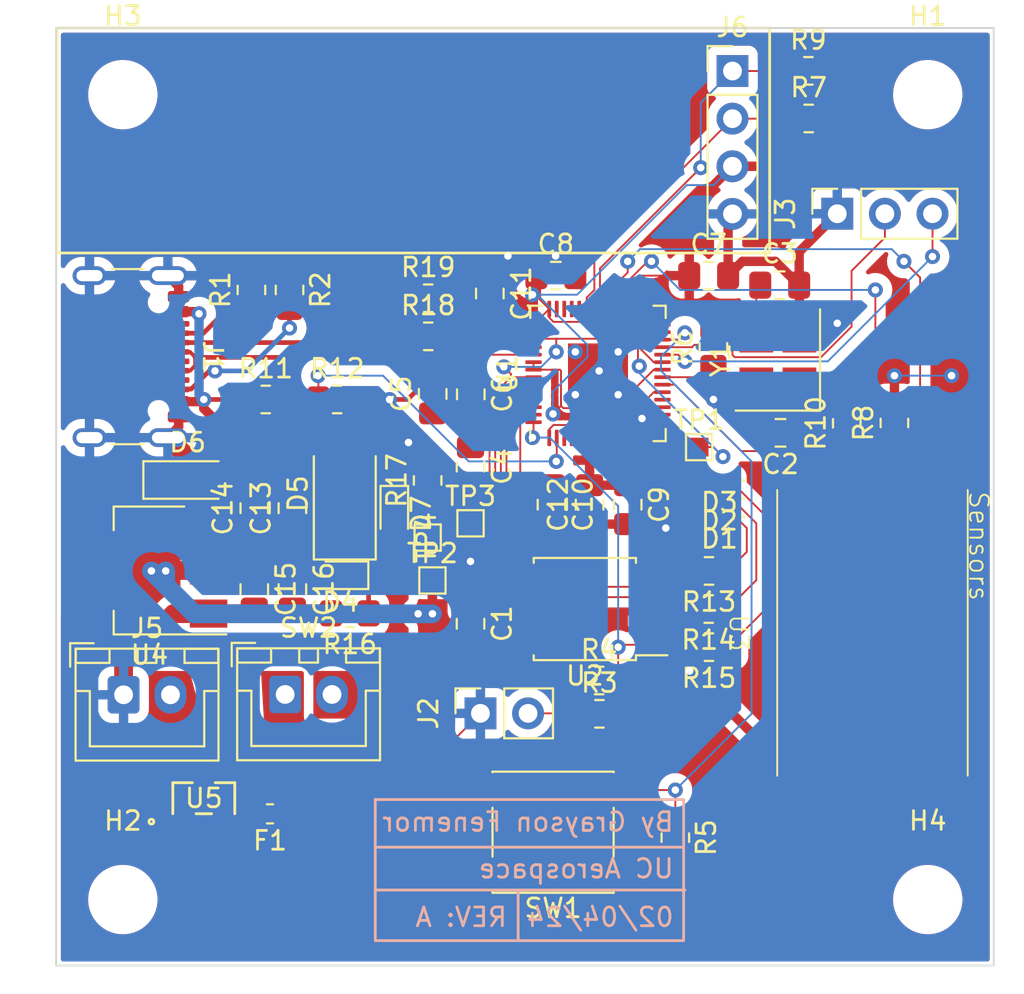
<source format=kicad_pcb>
(kicad_pcb (version 20240108) (generator "pcbnew") (generator_version "8.0")
  (layers (0 "F.Cu" signal) (31 "B.Cu" signal) (34 "B.Paste" user) (35 "F.Paste" user) (36 "B.SilkS" user "B.Silkscreen") (37 "F.SilkS" user "F.Silkscreen") (38 "B.Mask" user) (39 "F.Mask" user) (44 "Edge.Cuts" user))
  (net 0 "")
  (net 1 "+3V3")
  (net 2 "GND")
  (net 3 "/XIN")
  (net 4 "Net-(C3-Pad1)")
  (net 5 "+1V1")
  (net 6 "/LED_RED")
  (net 7 "Net-(D1-K)")
  (net 8 "Net-(D2-K)")
  (net 9 "/LED_YELLOW")
  (net 10 "/LED_GREEN")
  (net 11 "Net-(D3-K)")
  (net 12 "Net-(D4-K)")
  (net 13 "VBUS")
  (net 14 "Net-(D7-K)")
  (net 15 "Net-(SW2-A)")
  (net 16 "Net-(U5-S)")
  (net 17 "Net-(J2-Pin_2)")
  (net 18 "/SWD")
  (net 19 "/SWCLK")
  (net 20 "I2C0_SDA")
  (net 21 "I2C0_SCL")
  (net 22 "/QSPI_SS")
  (net 23 "/RUN")
  (net 24 "/Xout")
  (net 25 "I2C1_SCL")
  (net 26 "I2C1_SDA")
  (net 27 "/QSPI_SD2")
  (net 28 "/QSPI_SD1")
  (net 29 "/QSPI_SD0")
  (net 30 "/QSPI_SD3")
  (net 31 "/QSPI_SCLK")
  (net 34 "/GPIO_1")
  (net 35 "/SPI0_CSn")
  (net 36 "/GPIO_2")
  (net 37 "/SPI1_SCK")
  (net 38 "/ADC_2")
  (net 39 "/ADC_0")
  (net 40 "USB_DET")
  (net 41 "/GPIO_7")
  (net 42 "/GPIO_3")
  (net 43 "/SPI1_MOSI")
  (net 44 "/GPIO_5")
  (net 45 "/CLK_GPIN0")
  (net 46 "/SPI1_MISO")
  (net 47 "/GPIO_4")
  (net 48 "/ADC_1")
  (net 49 "/GPIO_8")
  (net 50 "D-")
  (net 51 "/ADC_3")
  (net 52 "/SPI0_MOSI")
  (net 53 "/GPIO_6")
  (net 54 "/SPI0_SCK")
  (net 55 "/SPI0_MISO")
  (net 56 "/CLK_GPOUT0")
  (net 57 "D+")
  (net 58 "/SPI1_CSn")
  (net 59 "Net-(J1-CC1)")
  (net 60 "Net-(J1-CC2)")
  (net 61 "/USB_D+")
  (net 62 "/USB_D-")
  (net 63 "/Batt")
  (net 64 "/VBatt")
  (footprint "LED_SMD:LED_0603_1608Metric" (layer "F.Cu") (at 63.4235 92.686 180)
    (property "Reference" "D4")
    (property "Value" "Green LED")
  )
  (footprint "MountingHole:MountingHole_3.2mm_M3" (layer "F.Cu") (at 51.816 67.056)
    (property "Reference" "H3")
    (property "Value" "MountingHole")
  )
  (footprint "TestPoint:TestPoint_Pad_1.0x1.0mm" (layer "F.Cu") (at 68.326 92.964)
    (property "Reference" "TP2")
    (property "Value" "TestPoint")
  )
  (footprint "Capacitor_SMD:C_0805_2012Metric_Pad1.18x1.45mm_HandSolder" (layer "F.Cu") (at 74.9085 76.708)
    (property "Reference" "C8")
    (property "Value" "100nF")
  )
  (footprint "MountingHole:MountingHole_3.2mm_M3" (layer "F.Cu") (at 94.742 67.056)
    (property "Reference" "H1")
    (property "Value" "MountingHole")
  )
  (footprint "Resistor_SMD:R_0805_2012Metric_Pad1.20x1.40mm_HandSolder" (layer "F.Cu") (at 92.964 84.566 90)
    (property "Reference" "R8")
    (property "Value" "4K7")
  )
  (footprint "Package_TO_SOT_SMD:SOT-223" (layer "F.Cu") (at 53.238 92.432 180)
    (property "Reference" "U4")
    (property "Value" "Voltage Regulator")
  )
  (footprint "TestPoint:TestPoint_Pad_1.0x1.0mm" (layer "F.Cu") (at 70.358 89.916)
    (property "Reference" "TP3")
    (property "Value" "TestPoint")
  )
  (footprint "Resistor_SMD:R_0805_2012Metric_Pad1.20x1.40mm_HandSolder" (layer "F.Cu") (at 63.922 94.718 180)
    (property "Reference" "R16")
    (property "Value" "360R")
  )
  (footprint "Connector_PinSocket_2.54mm:PinSocket_1x03_P2.54mm_Vertical" (layer "F.Cu") (at 89.916 73.406 90)
    (property "Reference" "J3")
    (property "Value" "Conn_01x03")
  )
  (footprint "MountingHole:MountingHole_3.2mm_M3" (layer "F.Cu") (at 51.816 109.982)
    (property "Reference" "H2")
    (property "Value" "MountingHole")
  )
  (footprint "LED_SMD:LED_0402_1005Metric_Pad0.77x0.64mm_HandSolder" (layer "F.Cu") (at 83.6305 89.57 180)
    (property "Reference" "D1")
    (property "Value" "LED")
  )
  (footprint "Capacitor_SMD:C_0805_2012Metric_Pad1.18x1.45mm_HandSolder" (layer "F.Cu") (at 78.74 88.9215 -90)
    (property "Reference" "C9")
    (property "Value" "100nF")
  )
  (footprint "TestPoint:TestPoint_Pad_1.0x1.0mm" (layer "F.Cu") (at 68.072 90.678 -90)
    (property "Reference" "TP4")
    (property "Value" "TestPoint")
  )
  (footprint "LED_SMD:LED_0603_1608Metric" (layer "F.Cu") (at 66.294 89.408 -90)
    (property "Reference" "D7")
    (property "Value" "Orange LED")
  )
  (footprint "Connector_USB:USB_C_Receptacle_GCT_USB4105-xx-A_16P_TopMnt_Horizontal" (layer "F.Cu") (at 51.113 81.028 -90)
    (property "Reference" "J1")
    (property "Value" "USB_C_Receptacle_USB2.0_14P")
  )
  (footprint "Capacitor_SMD:C_0805_2012Metric_Pad1.18x1.45mm_HandSolder" (layer "F.Cu") (at 58.826 93.4265 -90)
    (property "Reference" "C15")
    (property "Value" "100nF")
  )
  (footprint "DMG2305UX-7:SOT-23_DIO" (layer "F.Cu") (at 56.134 104.577)
    (property "Reference" "U5")
    (property "Value" "DMG2305UX-7")
  )
  (footprint "Capacitor_SMD:C_0805_2012Metric_Pad1.18x1.45mm_HandSolder" (layer "F.Cu") (at 68.33965 83.015 90)
    (property "Reference" "C5")
    (property "Value" "100nF")
  )
  (footprint "Package_DFN_QFN:QFN-56-1EP_7x7mm_P0.4mm_EP3.2x3.2mm" (layer "F.Cu") (at 77.156 81.9235 90)
    (property "Reference" "U1")
    (property "Value" "RP2040")
  )
  (footprint "Resistor_SMD:R_0805_2012Metric_Pad1.20x1.40mm_HandSolder" (layer "F.Cu") (at 77.216 98.298)
    (property "Reference" "R4")
    (property "Value" "DNP")
  )
  (footprint "Capacitor_SMD:C_0805_2012Metric_Pad1.18x1.45mm_HandSolder" (layer "F.Cu") (at 60.858 93.4265 -90)
    (property "Reference" "C16")
    (property "Value" "10uF")
  )
  (footprint "Button_Switch_SMD:SW_SPST_PTS645" (layer "F.Cu") (at 74.76 106.39 180)
    (property "Reference" "SW1")
    (property "Value" "Reset")
  )
  (footprint "Resistor_SMD:R_0805_2012Metric_Pad1.20x1.40mm_HandSolder" (layer "F.Cu") (at 68.10165 77.9135)
    (property "Reference" "R19")
    (property "Value" "27.4")
  )
  (footprint "Resistor_SMD:R_0805_2012Metric_Pad1.20x1.40mm_HandSolder" (layer "F.Cu") (at 60.706 77.47 -90)
    (property "Reference" "R2")
    (property "Value" "5.1k")
  )
  (footprint "Resistor_SMD:R_0805_2012Metric_Pad1.20x1.40mm_HandSolder" (layer "F.Cu") (at 83.074 92.456 180)
    (property "Reference" "R13")
    (property "Value" "130")
  )
  (footprint "Capacitor_SMD:C_0805_2012Metric_Pad1.18x1.45mm_HandSolder" (layer "F.Cu") (at 71.38765 77.6595 -90)
    (property "Reference" "C11")
    (property "Value" "1uF")
  )
  (footprint "Diode_SMD:D_SMA" (layer "F.Cu") (at 63.652 88.336 90)
    (property "Reference" "D5")
    (property "Value" "D_Schottky")
  )
  (footprint "Resistor_SMD:R_0805_2012Metric_Pad1.20x1.40mm_HandSolder" (layer "F.Cu") (at 90.424 84.582 90)
    (property "Reference" "R10")
    (property "Value" "4K7")
  )
  (footprint "Resistor_SMD:R_0805_2012Metric_Pad1.20x1.40mm_HandSolder" (layer "F.Cu") (at 58.674 77.47 90)
    (property "Reference" "R1")
    (property "Value" "5.1k")
  )
  (footprint "Capacitor_SMD:C_0805_2012Metric_Pad1.18x1.45mm_HandSolder" (layer "F.Cu") (at 83.058 76.708)
    (property "Reference" "C7")
    (property "Value" "100nF")
  )
  (footprint "Resistor_SMD:R_0805_2012Metric_Pad1.20x1.40mm_HandSolder" (layer "F.Cu") (at 68.10165 79.9455)
    (property "Reference" "R18")
    (property "Value" "27.4")
  )
  (footprint "Package_SO:SOIC-8_5.23x5.23mm_P1.27mm" (layer "F.Cu") (at 76.454 94.488 180)
    (property "Reference" "U2")
    (property "Value" "W25Q128JVPIQ TR")
  )
  (footprint "Resistor_SMD:R_0805_2012Metric_Pad1.20x1.40mm_HandSolder" (layer "F.Cu") (at 68.072 87.63 90)
    (property "Reference" "R17")
    (property "Value" "360R")
  )
  (footprint "TestPoint:TestPoint_Pad_1.0x1.0mm" (layer "F.Cu") (at 82.55 85.852)
    (property "Reference" "TP1")
    (property "Value" "1V1")
  )
  (footprint "Capacitor_SMD:C_0805_2012Metric_Pad1.18x1.45mm_HandSolder" (layer "F.Cu") (at 86.8465 77.216)
    (property "Reference" "C3")
    (property "Value" "20pF")
  )
  (footprint "Resistor_SMD:R_0805_2012Metric_Pad1.20x1.40mm_HandSolder" (layer "F.Cu") (at 83.312 80.534 90)
    (property "Reference" "R6")
    (property "Value" "1k")
  )
  (footprint "Diode_SMD:D_SOD-123" (layer "F.Cu") (at 55.27 87.606)
    (property "Reference" "D6")
    (property "Value" "D_Zener")
  )
  (footprint "Capacitor_SMD:C_0805_2012Metric_Pad1.18x1.45mm_HandSolder" (layer "F.Cu") (at 70.358 95.2715 -90)
    (property "Reference" "C1")
    (property "Value" "100nF")
  )
  (footprint "Capacitor_SMD:C_0805_2012Metric_Pad1.18x1.45mm_HandSolder" (layer "F.Cu") (at 70.358 86.8895 -90)
    (property "Reference" "C4")
    (property "Value" "100nF")
  )
  (footprint "Connector_JST:JST_XH_B2B-XH-A_1x02_P2.50mm_Vertical" (layer "F.Cu") (at 60.472 99.043)
    (property "Reference" "SW2")
    (property "Value" "SW_SPST")
  )
  (footprint "Resistor_SMD:R_0805_2012Metric_Pad1.20x1.40mm_HandSolder" (layer "F.Cu") (at 59.436 83.312)
    (property "Reference" "R11")
    (property "Value" "5.6k")
  )
  (footprint "MountingHole:MountingHole_3.2mm_M3" (layer "F.Cu") (at 94.742 109.982)
    (property "Reference" "H4")
    (property "Value" "MountingHole")
  )
  (footprint "Resistor_SMD:R_0805_2012Metric_Pad1.20x1.40mm_HandSolder" (layer "F.Cu") (at 88.392 68.326)
    (property "Reference" "R7")
    (property "Value" "4K7")
  )
  (footprint "Connector_JST:JST_XH_B2B-XH-A_1x02_P2.50mm_Vertical" (layer "F.Cu") (at 51.856 99.06)
    (property "Reference" "J5")
    (property "Value" "Conn_01x02")
  )
  (footprint "Capacitor_SMD:C_0805_2012Metric_Pad1.18x1.45mm_HandSolder" (layer "F.Cu") (at 70.37165 83.0365 -90)
    (property "Reference" "C6")
    (property "Value" "1uF")
  )
  (footprint "Capacitor_SMD:C_0805_2012Metric_Pad1.18x1.45mm_HandSolder" (layer "F.Cu") (at 86.8895 85.09 180)
    (property "Reference" "C2")
    (property "Value" "20pF")
  )
  (footprint "Fuse:Fuse_0603_1608Metric" (layer "F.Cu") (at 59.6645 105.41 180)
    (property "Reference" "F1")
    (property "Value" "3A")
  )
  (footprint "Connector_PinHeader_2.54mm:PinHeader_1x04_P2.54mm_Vertical" (layer "F.Cu") (at 84.328 65.796)
    (property "Reference" "J6")
    (property "Value" "Conn_01x04")
  )
  (footprint "Capacitor_SMD:C_0805_2012Metric_Pad1.18x1.45mm_HandSolder" (layer "F.Cu") (at 74.676 88.9215 -90)
    (property "Reference" "C10")
    (property "Value" "100nF")
  )
  (footprint "Resistor_SMD:R_0805_2012Metric_Pad1.20x1.40mm_HandSolder" (layer "F.Cu") (at 83.058 94.488 180)
    (property "Reference" "R14")
    (property "Value" "130")
  )
  (footprint "Resistor_SMD:R_0805_2012Metric_Pad1.20x1.40mm_HandSolder" (layer "F.Cu") (at 63.246 83.312)
    (property "Reference" "R12")
    (property "Value" "10k")
  )
  (footprint "Resistor_SMD:R_0805_2012Metric_Pad1.20x1.40mm_HandSolder" (layer "F.Cu") (at 88.376 65.786)
    (property "Reference" "R9")
    (property "Value" "4K7")
  )
  (footprint "Resistor_SMD:R_0805_2012Metric_Pad1.20x1.40mm_HandSolder" (layer "F.Cu") (at 77.232 100.076)
    (property "Reference" "R3")
    (property "Value" "1k")
  )
  (footprint "LED_SMD:LED_0402_1005Metric_Pad0.77x0.64mm_HandSolder" (layer "F.Cu") (at 83.6305 87.63 180)
    (property "Reference" "D3")
    (property "Value" "LED")
  )
  (footprint "Resistor_SMD:R_0805_2012Metric_Pad1.20x1.40mm_HandSolder" (layer "F.Cu") (at 81.28 106.68 -90)
    (property "Reference" "R5")
    (property "Value" "10k")
  )
  (footprint "Capacitor_SMD:C_0805_2012Metric_Pad1.18x1.45mm_HandSolder" (layer "F.Cu") (at 76.708 88.9215 90)
    (property "Reference" "C12")
    (property "Value" "1uF")
  )
  (footprint "Connector_PinSocket_2.54mm:PinSocket_1x02_P2.54mm_Vertical" (layer "F.Cu") (at 70.886 100.051 90)
    (property "Reference" "J2")
    (property "Value" "Conn_01x02")
  )
  (footprint "Capacitor_SMD:C_0805_2012Metric_Pad1.18x1.45mm_HandSolder" (layer "F.Cu") (at 58.826 89.1085 90)
    (property "Reference" "C14")
    (property "Value" "100nF")
  )
  (footprint "Resistor_SMD:R_0805_2012Metric_Pad1.20x1.40mm_HandSolder" (layer "F.Cu") (at 83.074 96.52 180)
    (property "Reference" "R15")
    (property "Value" "130")
  )
  (footprint "LED_SMD:LED_0402_1005Metric_Pad0.77x0.64mm_HandSolder" (layer "F.Cu") (at 83.6305 88.604 180)
    (property "Reference" "D2")
    (property "Value" "LED")
  )
  (footprint "Capacitor_SMD:C_0805_2012Metric_Pad1.18x1.45mm_HandSolder" (layer "F.Cu") (at 60.858 89.1085 90)
    (property "Reference" "C13")
    (property "Value" "10uF")
  )
  (footprint "Sense Board:SenseBoard" (layer "F.Cu") (at 84.174 95.758 -90)
    (property "Reference" "U3")
    (property "Value" "~")
  )
  (footprint "Crystal:Crystal_SMD_3225-4Pin_3.2x2.5mm_HandSoldering" (layer "F.Cu") (at 86.748 81.206 90)
    (property "Reference" "Y1")
    (property "Value" "12MHz")
  )
  (gr_line (start 81.722 107.188) (end 65.278 107.188) (stroke (width 0.15)) (layer "B.SilkS"))
  (gr_line (start 72.898 109.514) (end 72.898 112.114) (stroke (width 0.15)) (layer "B.SilkS"))
  (gr_line (start 81.788 109.474) (end 65.278 109.474) (stroke (width 0.15)) (layer "B.SilkS"))
  (gr_rect (start 65.278 104.648) (end 81.722 112.172) (stroke (width 0.15)) (fill none) (layer "B.SilkS"))
  (gr_rect (start 48.31 63.5) (end 86.31 75.5) (stroke (width 0.15)) (fill none) (layer "F.SilkS"))
  (gr_rect (start 48.26 63.5) (end 98.26 113.5) (stroke (width 0.1)) (fill none) (layer "Edge.Cuts"))
  (gr_text "UC Aerospace" (at 81.28 108.918 0) (layer "B.SilkS") (effects (font (size 1 1)) (justify left bottom mirror)))
  (gr_text "By Grayson Fenemor" (at 81.28 106.426 0) (layer "B.SilkS") (effects (font (size 1 1)) (justify left bottom mirror)))
  (gr_text "02/04/24" (at 81.28 111.506 0) (layer "B.SilkS") (effects (font (size 1 1)) (justify left bottom mirror)))
  (gr_text "REV: A" (at 72.39 111.506 0) (layer "B.SilkS") (effects (font (size 1 1)) (justify left bottom mirror)))
  (segment (start 74.78035 84.6735) (end 77.8865 84.6735) (width 0.1) (layer "F.Cu") (net 1))
  (segment (start 73.914 76.7295) (end 73.914 77.844) (width 0.1) (layer "F.Cu") (net 1))
  (segment (start 73.7185 81.7235) (end 75.1195 81.7235) (width 0.1) (layer "F.Cu") (net 1))
  (segment (start 92.964 83.566) (end 92.964 82.042) (width 0.1) (layer "F.Cu") (net 1))
  (segment (start 74.78035 79.1735) (end 77.93165 79.1735) (width 0.1) (layer "F.Cu") (net 1))
  (segment (start 78.1405 84.6735) (end 77.8865 84.6735) (width 0.1) (layer "F.Cu") (net 1))
  (segment (start 73.7185 79.7235) (end 73.7185 79.3235) (width 0.1) (layer "F.Cu") (net 1))
  (segment (start 77.93165 79.1735) (end 78.156 78.94915) (width 0.1) (layer "F.Cu") (net 1))
  (segment (start 62.636 92.686) (end 61.155 92.686) (width 1) (layer "F.Cu") (net 1))
  (segment (start 78.156 87.3) (end 78.74 87.884) (width 0.1) (layer "F.Cu") (net 1))
  (segment (start 79.006 82.84785) (end 79.006 83.808) (width 0.1) (layer "F.Cu") (net 1))
  (segment (start 68.326 92.964) (end 68.326 94.742) (width 0.5) (layer "F.Cu") (net 1))
  (segment (start 61.155 92.686) (end 60.858 92.389) (width 0.25) (layer "F.Cu") (net 1))
  (segment (start 80.5935 81.7235) (end 80.13035 81.7235) (width 0.1) (layer "F.Cu") (net 1))
  (segment (start 74.556 87.764) (end 74.676 87.884) (width 0.1) (layer "F.Cu") (net 1))
  (segment (start 80.13035 81.7235) (end 79.006 82.84785) (width 0.1) (layer "F.Cu") (net 1))
  (segment (start 75.184 81.788) (end 75.184 83.058) (width 0.1) (layer "F.Cu") (net 1))
  (segment (start 68.326 94.742) (end 69.893 96.309) (width 1) (layer "F.Cu") (net 1))
  (segment (start 54.078 92.432) (end 53.364 92.432) (width 1) (layer "F.Cu") (net 1))
  (segment (start 89.392 68.326) (end 86.842 70.876) (width 0.5) (layer "F.Cu") (net 1))
  (segment (start 78.156 78.02285) (end 79.47085 76.708) (width 0.1) (layer "F.Cu") (net 1))
  (segment (start 79.006 83.808) (end 78.1405 84.6735) (width 0.1) (layer "F.Cu") (net 1))
  (segment (start 74.556 78.486) (end 74.556 78.94915) (width 0.1) (layer "F.Cu") (net 1))
  (segment (start 90.424 83.582) (end 92.948 83.582) (width 0.1) (layer "F.Cu") (net 1))
  (segment (start 92.948 83.582) (end 92.964 83.566) (width 0.1) (layer "F.Cu") (net 1))
  (segment (start 71.38765 78.697) (end 73.092 78.697) (width 0.1) (layer "F.Cu") (net 1))
  (segment (start 84.328 70.876) (end 82.0205 73.1835) (width 0.5) (layer "F.Cu") (net 1))
  (segment (start 72.854 96.393) (end 70.442 96.393) (width 0.5) (layer "F.Cu") (net 1))
  (segment (start 78.156 78.94915) (end 78.156 78.486) (width 0.1) (layer "F.Cu") (net 1))
  (segment (start 56.388 92.432) (end 58.783 92.432) (width 1) (layer "F.Cu") (net 1))
  (segment (start 74.311 96.393) (end 76.216 98.298) (width 0.5) (layer "F.Cu") (net 1))
  (segment (start 79.47085 76.708) (end 82.0205 76.708) (width 0.1) (layer "F.Cu") (net 1))
  (segment (start 75.184 83.058) (end 75.184 83.6515) (width 0.1) (layer "F.Cu") (net 1))
  (segment (start 75.184 83.6515) (end 75.306 83.7735) (width 0.1) (layer "F.Cu") (net 1))
  (segment (start 53.364 92.432) (end 53.34 92.456) (width 1) (layer "F.Cu") (net 1))
  (segment (start 86.842 70.876) (end 84.328 70.876) (width 0.5) (layer "F.Cu") (net 1))
  (segment (start 78.74 87.884) (end 76.708 87.884) (width 0.1) (layer "F.Cu") (net 1))
  (segment (start 69.893 96.309) (end 70.358 96.309) (width 1) (layer "F.Cu") (net 1))
  (segment (start 75.1195 81.7235) (end 75.184 81.788) (width 0.1) (layer "F.Cu") (net 1))
  (segment (start 89.376 65.786) (end 89.376 68.31) (width 0.5) (layer "F.Cu") (net 1))
  (segment (start 73.914 77.844) (end 74.556 78.486) (width 0.1) (layer "F.Cu") (net 1))
  (segment (start 72.854 96.393) (end 74.311 96.393) (width 0.5) (layer "F.Cu") (net 1))
  (segment (start 74.556 85.361) (end 74.556 84.89785) (width 0.1) (layer "F.Cu") (net 1))
  (segment (start 74.556 78.94915) (end 74.78035 79.1735) (width 0.1) (layer "F.Cu") (net 1))
  (segment (start 73.871 76.708) (end 73.871 77.513) (width 0.1) (layer "F.Cu") (net 1))
  (segment (start 75.306 83.7735) (end 76.4075 83.7735) (width 0.1) (layer "F.Cu") (net 1))
  (segment (start 78.156 78.486) (end 78.156 78.02285) (width 0.1) (layer "F.Cu") (net 1))
  (segment (start 75.184 83.058) (end 75.184 83.654868) (width 0.1) (layer "F.Cu") (net 1))
  (segment (start 70.442 96.393) (end 70.358 96.309) (width 0.5) (layer "F.Cu") (net 1))
  (segment (start 56.388 92.432) (end 54.126 92.432) (width 1) (layer "F.Cu") (net 1))
  (segment (start 73.7185 79.3235) (end 74.556 78.486) (width 0.1) (layer "F.Cu") (net 1))
  (segment (start 76.454 83.82) (end 76.454 84.6735) (width 0.1) (layer "F.Cu") (net 1))
  (segment (start 58.783 92.432) (end 58.826 92.389) (width 0.25) (layer "F.Cu") (net 1))
  (segment (start 76.708 87.884) (end 74.676 87.884) (width 0.1) (layer "F.Cu") (net 1))
  (segment (start 54.102 92.456) (end 54.078 92.432) (width 1) (layer "F.Cu") (net 1))
  (segment (start 58.826 92.389) (end 60.858 92.389) (width 1) (layer "F.Cu") (net 1))
  (segment (start 73.092 78.697) (end 73.7185 79.3235) (width 0.1) (layer "F.Cu") (net 1))
  (segment (start 76.4075 83.7735) (end 76.454 83.82) (width 0.1) (layer "F.Cu") (net 1))
  (segment (start 78.156 85.361) (end 78.156 87.5325) (width 0.1) (layer "F.Cu") (net 1))
  (segment (start 89.376 68.31) (end 89.392 68.326) (width 0.5) (layer "F.Cu") (net 1))
  (segment (start 75.184 83.654868) (end 74.756 84.082868) (width 0.1) (layer "F.Cu") (net 1))
  (segment (start 82.0205 73.1835) (end 82.0205 76.708) (width 0.5) (layer "F.Cu") (net 1))
  (segment (start 54.126 92.432) (end 54.102 92.456) (width 1) (layer "F.Cu") (net 1))
  (segment (start 73.7185 81.7235) (end 73.7185 81.3235) (width 0.1) (layer "F.Cu") (net 1))
  (segment (start 73.871 77.513) (end 73.66 77.724) (width 0.1) (layer "F.Cu") (net 1))
  (segment (start 77.8865 84.6735) (end 77.93165 84.6735) (width 0.1) (layer "F.Cu") (net 1))
  (segment (start 78.156 84.89785) (end 78.156 85.361) (width 0.1) (layer "F.Cu") (net 1))
  (segment (start 77.93165 84.6735) (end 78.156 84.89785) (width 0.1) (layer "F.Cu") (net 1))
  (segment (start 74.556 84.89785) (end 74.78035 84.6735) (width 0.1) (layer "F.Cu") (net 1))
  (via (at 67.564 94.742) (size 0.8) (drill 0.4) (layers "F.Cu" "B.Cu") (net 1))
  (via (at 74.756 84.082868) (size 0.8) (drill 0.4) (layers "F.Cu" "B.Cu") (net 1))
  (via (at 92.964 82.042) (size 0.8) (drill 0.4) (layers "F.Cu" "B.Cu") (net 1))
  (via (at 73.66 77.724) (size 0.8) (drill 0.4) (layers "F.Cu" "B.Cu") (net 1))
  (via (at 96.012 82.042) (size 0.8) (drill 0.4) (layers "F.Cu" "B.Cu") (net 1))
  (via (at 53.34 92.456) (size 0.8) (drill 0.4) (layers "F.Cu" "B.Cu") (net 1))
  (via (at 54.102 92.456) (size 0.8) (drill 0.4) (layers "F.Cu" "B.Cu") (net 1))
  (via (at 68.326 94.742) (size 0.8) (drill 0.4) (layers "F.Cu" "B.Cu") (net 1))
  (segment (start 92.964 82.042) (end 96.012 82.042) (width 0.1) (layer "B.Cu") (net 1))
  (segment (start 81.885522 71.881239) (end 83.322761 71.881239) (width 0.1) (layer "B.Cu") (net 1))
  (segment (start 73.914 77.724) (end 73.66 77.724) (width 0.1) (layer "B.Cu") (net 1))
  (segment (start 67.564 94.742) (end 68.326 94.742) (width 1) (layer "B.Cu") (net 1))
  (segment (start 53.34 92.456) (end 55.626 94.742) (width 1) (layer "B.Cu") (net 1))
  (segment (start 76.596 80.406) (end 73.914 77.724) (width 0.1) (layer "B.Cu") (net 1))
  (segment (start 74.756 84.082868) (end 74.756 82.881239) (width 0.1) (layer "B.Cu") (net 1))
  (segment (start 54.102 93.218) (end 55.626 94.742) (width 1) (layer "B.Cu") (net 1))
  (segment (start 76.596 81.041239) (end 76.596 80.406) (width 0.1) (layer "B.Cu") (net 1))
  (segment (start 54.102 92.456) (end 54.102 93.218) (width 1) (layer "B.Cu") (net 1))
  (segment (start 55.626 94.742) (end 67.564 94.742) (width 1) (layer "B.Cu") (net 1))
  (segment (start 74.756 82.881239) (end 76.596 81.041239) (width 0.1) (layer "B.Cu") (net 1))
  (segment (start 83.322761 71.881239) (end 84.328 70.876) (width 0.1) (layer "B.Cu") (net 1))
  (segment (start 76.042761 77.724) (end 81.885522 71.881239) (width 0.1) (layer "B.Cu") (net 1))
  (segment (start 73.66 77.724) (end 76.042761 77.724) (width 0.1) (layer "B.Cu") (net 1))
  (segment (start 68.072 86.63) (end 69.061 86.63) (width 0.5) (layer "F.Cu") (net 2))
  (segment (start 89.254 103.378) (end 87.63 103.378) (width 0.5) (layer "F.Cu") (net 2))
  (segment (start 70.358 89.916) (end 70.358 91.948) (width 0.5) (layer "F.Cu") (net 2))
  (segment (start 58.436 76.708) (end 58.674 76.47) (width 0.5) (layer "F.Cu") (net 2))
  (segment (start 68.33965 81.9775) (end 70.35015 81.9775) (width 0.5) (layer "F.Cu") (net 2))
  (segment (start 79.502 83.55185) (end 79.502 84.328) (width 0.1) (layer "F.Cu") (net 2))
  (segment (start 82.074 91.472) (end 80.772 90.17) (width 0.5) (layer "F.Cu") (net 2))
  (segment (start 87.898 77.23) (end 87.884 77.216) (width 0.1) (layer "F.Cu") (net 2))
  (segment (start 77.156 81.9235) (end 77.216 81.788) (width 0.1) (layer "F.Cu") (net 2))
  (segment (start 84.0955 76.708) (end 84.8575 75.946) (width 0.5) (layer "F.Cu") (net 2))
  (segment (start 67.00515 83.312) (end 66.04 83.312) (width 0.25) (layer "F.Cu") (net 2))
  (segment (start 54.516726 94.732) (end 51.856 97.392726) (width 1) (layer "F.Cu") (net 2))
  (segment (start 76.0215 83.058) (end 75.946 83.058) (width 0.1) (layer "F.Cu") (net 2))
  (segment (start 70.358 87.927) (end 70.358 89.916) (width 0.5) (layer "F.Cu") (net 2))
  (segment (start 74.676 89.959) (end 78.74 89.959) (width 0.5) (layer "F.Cu") (net 2))
  (segment (start 87.884 77.216) (end 87.884 75.438) (width 0.5) (layer "F.Cu") (net 2))
  (segment (start 54.793 77.828) (end 54.793 77.283) (width 0.5) (layer "F.Cu") (net 2))
  (segment (start 85.598 84.836) (end 85.852 85.09) (width 0.5) (layer "F.Cu") (net 2))
  (segment (start 80.13035 82.9235) (end 79.502 83.55185) (width 0.1) (layer "F.Cu") (net 2))
  (segment (start 87.898 79.756) (end 89.408 79.756) (width 0.5) (layer "F.Cu") (net 2))
  (segment (start 84.8575 75.946) (end 86.614 75.946) (width 0.5) (layer "F.Cu") (net 2))
  (segment (start 70.358 94.234) (end 70.358 91.948) (width 0.5) (layer "F.Cu") (net 2))
  (segment (start 87.884 75.438) (end 89.916 73.406) (width 0.5) (layer "F.Cu") (net 2))
  (segment (start 58.826 88.071) (end 60.858 88.071) (width 1) (layer "F.Cu") (net 2))
  (segment (start 54.793 84.228) (end 54.793 84.773) (width 0.5) (layer "F.Cu") (net 2))
  (segment (start 83.968 82.656) (end 83.312 83.312) (width 0.5) (layer "F.Cu") (net 2))
  (segment (start 89.408 79.756) (end 89.916 79.248) (width 0.5) (layer "F.Cu") (net 2))
  (segment (start 72.35165 75.658) (end 71.38765 76.622) (width 0.25) (layer "F.Cu") (net 2))
  (segment (start 67.048 85.606) (end 68.072 86.63) (width 0.25) (layer "F.Cu") (net 2))
  (segment (start 56.388 94.732) (end 62.908 94.732) (width 1) (layer "F.Cu") (net 2))
  (segment (start 75.946 76.708) (end 74.896 75.658) (width 0.25) (layer "F.Cu") (net 2))
  (segment (start 78.74 90.1915) (end 80.7505 90.1915) (width 0.5) (layer "F.Cu") (net 2))
  (segment (start 87.63 103.378) (end 82.042 97.79) (width 0.5) (layer "F.Cu") (net 2))
  (segment (start 58.361 87.606) (end 58.826 88.071) (width 1) (layer "F.Cu") (net 2))
  (segment (start 56.476 87.606) (end 54.218 85.348) (width 1) (layer "F.Cu") (net 2))
  (segment (start 82.074 96.52) (end 82.074 97.758) (width 0.5) (layer "F.Cu") (net 2))
  (segment (start 80.7505 90.1915) (end 80.772 90.17) (width 0.5) (layer "F.Cu") (net 2))
  (segment (start 87.898 79.756) (end 87.898 77.23) (width 0.5) (layer "F.Cu") (net 2))
  (segment (start 74.896 75.658) (end 72.35165 75.658) (width 0.25) (layer "F.Cu") (net 2))
  (segment (start 81.947 92.583) (end 82.074 92.456) (width 0.5) (layer "F.Cu") (net 2))
  (segment (start 85.598 82.656) (end 85.598 84.836) (width 0.5) (layer "F.Cu") (net 2))
  (segment (start 82.074 92.456) (end 82.074 96.52) (width 0.5) (layer "F.Cu") (net 2))
  (segment (start 85.598 82.656) (end 83.968 82.656) (width 0.5) (layer "F.Cu") (net 2))
  (segment (start 56.92 87.606) (end 58.361 87.606) (width 1) (layer "F.Cu") (net 2))
  (segment (start 64.246 83.312) (end 64.754 83.312) (width 0.25) (layer "F.Cu") (net 2))
  (segment (start 62.908 94.732) (end 62.922 94.718) (width 1) (layer "F.Cu") (net 2))
  (segment (start 70.78 108.64) (end 78.74 108.64) (width 0.1) (layer "F.Cu") (net 2))
  (segment (start 84.0955 73.6485) (end 84.328 73.416) (width 0.5) (layer "F.Cu") (net 2))
  (segment (start 84.0955 76.708) (end 84.0955 73.6485) (width 0.5) (layer "F.Cu") (net 2))
  (segment (start 69.342 107.202) (end 69.342 101.595) (width 0.1) (layer "F.Cu") (net 2))
  (segment (start 70.78 108.64) (end 69.342 107.202) (width 0.1) (layer "F.Cu") (net 2))
  (segment (start 64.754 83.312) (end 67.048 85.606) (width 0.25) (layer "F.Cu") (net 2))
  (segment (start 80.5935 82.9235) (end 80.13035 82.9235) (width 0.1) (layer "F.Cu") (net 2))
  (segment (start 54.218 76.708) (end 58.436 76.708) (width 0.5) (layer "F.Cu") (net 2))
  (segment (start 69.061 86.63) (end 70.358 87.927) (width 0.5) (layer "F.Cu") (net 2))
  (segment (start 56.92 87.606) (end 56.476 87.606) (width 1) (layer "F.Cu") (net 2))
  (segment (start 82.074 92.456) (end 82.074 91.472) (width 0.5) (layer "F.Cu") (net 2))
  (segment (start 60.706 76.47) (end 58.674 76.47) (width 0.5) (layer "F.Cu") (net 2))
  (segment (start 56.388 94.732) (end 54.516726 94.732) (width 1) (layer "F.Cu") (net 2))
  (segment (start 54.793 77.283) (end 54.218 76.708) (width 0.5) (layer "F.Cu") (net 2))
  (segment (start 62.593 94.421) (end 62.636 94.464) (width 0.25) (layer "F.Cu") (net 2))
  (segment (start 77.216 81.788) (end 76.0215 83.058) (width 0.1) (layer "F.Cu") (net 2))
  (segment (start 70.35015 81.9775) (end 70.37165 81.999) (width 0.5) (layer "F.Cu") (net 2))
  (segment (start 54.793 84.773) (end 54.218 85.348) (width 0.5) (layer "F.Cu") (net 2))
  (segment (start 80.054 92.583) (end 81.947 92.583) (width 0.5) (layer "F.Cu") (net 2))
  (segment (start 64.246 83.312) (end 66.04 83.312) (width 0.25) (layer "F.Cu") (net 2))
  (segment (start 68.33965 81.9775) (end 67.00515 83.312) (width 0.25) (layer "F.Cu") (net 2))
  (segment (start 86.614 75.946) (end 87.884 77.216) (width 0.5) (layer "F.Cu") (net 2))
  (segment (start 51.856 97.392726) (end 51.856 99.06) (width 1) (layer "F.Cu") (net 2))
  (segment (start 67.048 85.606) (end 67.302 85.86) (width 0.25) (layer "F.Cu") (net 2))
  (segment (start 69.342 101.595) (end 70.886 100.051) (width 0.1) (layer "F.Cu") (net 2))
  (segment (start 82.074 97.758) (end 82.042 97.79) (width 0.5) (layer "F.Cu") (net 2))
  (via (at 78.232 80.772) (size 0.8) (drill 0.4) (layers "F.Cu" "B.Cu") (net 2))
  (via (at 83.312 83.312) (size 0.8) (drill 0.4) (layers "F.Cu" "B.Cu") (net 2))
  (via (at 80.772 90.17) (size 0.8) (drill 0.4) (layers "F.Cu" "B.Cu") (net 2))
  (via (at 89.916 79.248) (size 0.8) (drill 0.4) (layers "F.Cu" "B.Cu") (net 2))
  (via (at 82.042 97.79) (size 0.8) (drill 0.4) (layers "F.Cu" "B.Cu") (net 2))
  (via (at 77.216 81.788) (size 0.8) (drill 0.4) (layers "F.Cu" "B.Cu") (net 2))
  (via (at 66.04 83.312) (size 0.8) (drill 0.4) (layers "F.Cu" "B.Cu") (net 2))
  (via (at 75.946 80.772) (size 0.8) (drill 0.4) (layers "F.Cu" "B.Cu") (net 2))
  (via (at 75.946 83.058) (size 0.8) (drill 0.4) (layers "F.Cu" "B.Cu") (net 2))
  (via (at 79.502 84.328) (size 0.8) (drill 0.4) (layers "F.Cu" "B.Cu") (net 2))
  (via (at 78.232 83.058) (size 0.8) (drill 0.4) (layers "F.Cu" "B.Cu") (net 2))
  (via (at 67.048 85.606) (size 0.8) (drill 0.4) (layers "F.Cu" "B.Cu") (net 2))
  (via (at 70.358 91.948) (size 0.8) (drill 0.4) (layers "F.Cu" "B.Cu") (net 2))
  (via (at 74.896 75.658) (size 0.8) (drill 0.4) (layers "F.Cu" "B.Cu") (net 2))
  (via (at 72.35165 75.658) (size 0.8) (drill 0.4) (layers "F.Cu" "B.Cu") (net 2))
  (segment (start 84.795 86.065) (end 81.2535 82.5235) (width 0.1) (layer "F.Cu") (net 3))
  (segment (start 87.927 82.685) (end 87.898 82.656) (width 0.1) (layer "F.Cu") (net 3))
  (segment (start 87.927 85.09) (end 86.952 86.065) (width 0.1) (layer "F.Cu") (net 3))
  (segment (start 86.952 86.065) (end 84.795 86.065) (width 0.1) (layer "F.Cu") (net 3))
  (segment (start 81.2535 82.5235) (end 80.5935 82.5235) (width 0.1) (layer "F.Cu") (net 3))
  (segment (start 87.927 85.09) (end 87.927 82.685) (width 0.1) (layer "F.Cu") (net 3))
  (segment (start 85.09 79.248) (end 85.598 79.756) (width 0.1) (layer "F.Cu") (net 4))
  (segment (start 85.598 79.756) (end 85.598 77.427) (width 0.1) (layer "F.Cu") (net 4))
  (segment (start 85.598 77.427) (end 85.809 77.216) (width 0.1) (layer "F.Cu") (net 4))
  (segment (start 83.312 79.248) (end 85.09 79.248) (width 0.1) (layer "F.Cu") (net 4))
  (segment (start 70.56115 84.074) (end 72.51165 82.1235) (width 0.1) (layer "F.Cu") (net 5))
  (segment (start 70.37165 84.074) (end 70.56115 84.074) (width 0.1) (layer "F.Cu") (net 5))
  (segment (start 74.93 80.0735) (end 73.7685 80.0735) (width 0.1) (layer "F.Cu") (net 5))
  (segment (start 78.88035 80.0735) (end 74.93 80.0735) (width 0.1) (layer "F.Cu") (net 5))
  (segment (start 80.13035 81.3235) (end 79.286425 80.479575) (width 0.1) (layer "F.Cu") (net 5))
  (segment (start 70.37165 84.074) (end 68.36115 84.074) (width 0.1) (layer "F.Cu") (net 5))
  (segment (start 70.358 84.08765) (end 70.37165 84.074) (width 0.1) (layer "F.Cu") (net 5))
  (segment (start 73.7685 80.0735) (end 73.7185 80.1235) (width 0.1) (layer "F.Cu") (net 5))
  (segment (start 72.51165 81.94915) (end 72.136 81.5735) (width 0.1) (layer "F.Cu") (net 5))
  (segment (start 72.51165 82.1235) (end 73.7185 82.1235) (width 0.1) (layer "F.Cu") (net 5))
  (segment (start 83.312 85.852) (end 83.82 86.36) (width 0.1) (layer "F.Cu") (net 5))
  (segment (start 70.358 85.852) (end 70.358 84.08765) (width 0.1) (layer "F.Cu") (net 5))
  (segment (start 79.286425 80.479575) (end 78.88035 80.0735) (width 0.1) (layer "F.Cu") (net 5))
  (segment (start 82.55 85.852) (end 83.312 85.852) (width 0.1) (layer "F.Cu") (net 5))
  (segment (start 68.36115 84.074) (end 68.33965 84.0525) (width 0.1) (layer "F.Cu") (net 5))
  (segment (start 80.5935 81.3235) (end 80.13035 81.3235) (width 0.1) (layer "F.Cu") (net 5))
  (segment (start 74.93 80.772) (end 74.93 80.0735) (width 0.1) (layer "F.Cu") (net 5))
  (segment (start 79.286425 81.464423) (end 79.356002 81.534) (width 0.1) (layer "F.Cu") (net 5))
  (segment (start 72.51165 82.1235) (end 72.51165 81.94915) (width 0.1) (layer "F.Cu") (net 5))
  (segment (start 79.286425 80.479575) (end 79.286425 81.464423) (width 0.1) (layer "F.Cu") (net 5))
  (via (at 83.82 86.36) (size 0.8) (drill 0.4) (layers "F.Cu" "B.Cu") (net 5))
  (via (at 72.136 81.5735) (size 0.8) (drill 0.4) (layers "F.Cu" "B.Cu") (net 5))
  (via (at 74.93 80.772) (size 0.8) (drill 0.4) (layers "F.Cu" "B.Cu") (net 5))
  (via (at 79.356002 81.534) (size 0.8) (drill 0.4) (layers "F.Cu" "B.Cu") (net 5))
  (segment (start 79.248 81.788) (end 79.248 81.534) (width 0.1) (layer "B.Cu") (net 5))
  (segment (start 79.248 81.534) (end 79.356002 81.534) (width 0.1) (layer "B.Cu") (net 5))
  (segment (start 72.136 81.5735) (end 74.1285 81.5735) (width 0.1) (layer "B.Cu") (net 5))
  (segment (start 74.1285 81.5735) (end 74.93 80.772) (width 0.1) (layer "B.Cu") (net 5))
  (segment (start 83.82 86.36) (end 79.248 81.788) (width 0.1) (layer "B.Cu") (net 5))
  (segment (start 78.956 85.361) (end 78.956 86.068) (width 0.1) (layer "F.Cu") (net 6))
  (segment (start 82.458 89.57) (end 83.058 89.57) (width 0.1) (layer "F.Cu") (net 6))
  (segment (start 78.956 86.068) (end 82.458 89.57) (width 0.1) (layer "F.Cu") (net 6))
  (segment (start 84.49 89.57) (end 85.09 90.17) (width 0.1) (layer "F.Cu") (net 7))
  (segment (start 85.09 90.17) (end 85.09 91.44) (width 0.1) (layer "F.Cu") (net 7))
  (segment (start 85.09 91.44) (end 84.074 92.456) (width 0.1) (layer "F.Cu") (net 7))
  (segment (start 84.203 89.57) (end 84.49 89.57) (width 0.1) (layer "F.Cu") (net 7))
  (segment (start 85.598 92.948) (end 84.058 94.488) (width 0.1) (layer "F.Cu") (net 8))
  (segment (start 84.203 88.604) (end 84.286 88.604) (width 0.1) (layer "F.Cu") (net 8))
  (segment (start 84.286 88.604) (end 85.598 89.916) (width 0.1) (layer "F.Cu") (net 8))
  (segment (start 85.598 89.916) (end 85.598 92.948) (width 0.1) (layer "F.Cu") (net 8))
  (segment (start 82.13585 88.604) (end 83.058 88.604) (width 0.1) (layer "F.Cu") (net 9))
  (segment (start 79.356 85.361) (end 79.356 85.82415) (width 0.1) (layer "F.Cu") (net 9))
  (segment (start 79.356 85.82415) (end 82.13585 88.604) (width 0.1) (layer "F.Cu") (net 9))
  (segment (start 81.788 87.63) (end 83.058 87.63) (width 0.1) (layer "F.Cu") (net 10))
  (segment (start 79.756 85.598) (end 81.788 87.63) (width 0.1) (layer "F.Cu") (net 10))
  (segment (start 79.756 85.361) (end 79.756 85.598) (width 0.1) (layer "F.Cu") (net 10))
  (segment (start 86.106 94.488) (end 84.074 96.52) (width 0.1) (layer "F.Cu") (net 11))
  (segment (start 84.203 87.63) (end 86.106 89.533) (width 0.1) (layer "F.Cu") (net 11))
  (segment (start 86.106 89.533) (end 86.106 94.488) (width 0.1) (layer "F.Cu") (net 11))
  (segment (start 64.922 94.718) (end 64.922 93.397) (width 0.25) (layer "F.Cu") (net 12))
  (segment (start 64.922 93.397) (end 64.211 92.686) (width 0.25) (layer "F.Cu") (net 12))
  (segment (start 55.768 78.628) (end 54.793 78.628) (width 0.5) (layer "F.Cu") (net 13))
  (segment (start 53.18 83.218) (end 51.562 84.836) (width 0.25) (layer "F.Cu") (net 13))
  (segment (start 56.134 83.798) (end 58.672 86.336) (width 0.5) (layer "F.Cu") (net 13))
  (segment (start 58.672 86.336) (end 63.652 86.336) (width 0.5) (layer "F.Cu") (net 13))
  (segment (start 56.018 83.428) (end 56.134 83.312) (width 0.5) (layer "F.Cu") (net 13))
  (segment (start 50.292 100.704998) (end 55.109001 105.521999) (width 0.25) (layer "F.Cu") (net 13))
  (segment (start 56.134 83.312) (end 56.134 83.798) (width 0.5) (layer "F.Cu") (net 13))
  (segment (start 51.562 84.836) (end 51.562 96.52) (width 0.25) (layer "F.Cu") (net 13))
  (segment (start 54.090236 83.218) (end 53.18 83.218) (width 0.25) (layer "F.Cu") (net 13))
  (segment (start 55.88 78.74) (end 55.768 78.628) (width 0.5) (layer "F.Cu") (net 13))
  (segment (start 56.134 83.312) (end 58.436 83.312) (width 0.25) (layer "F.Cu") (net 13))
  (segment (start 51.562 96.52) (end 50.292 97.79) (width 0.25) (layer "F.Cu") (net 13))
  (segment (start 54.300236 83.428) (end 54.090236 83.218) (width 0.25) (layer "F.Cu") (net 13))
  (segment (start 54.793 83.428) (end 54.300236 83.428) (width 0.25) (layer "F.Cu") (net 13))
  (segment (start 54.793 83.428) (end 56.018 83.428) (width 0.5) (layer "F.Cu") (net 13))
  (segment (start 50.292 97.79) (end 50.292 100.704998) (width 0.25) (layer "F.Cu") (net 13))
  (via (at 56.134 83.312) (size 0.8) (drill 0.4) (layers "F.Cu" "B.Cu") (net 13))
  (via (at 55.88 78.74) (size 0.8) (drill 0.4) (layers "F.Cu" "B.Cu") (net 13))
  (segment (start 56.134 83.312) (end 55.88 83.058) (width 0.5) (layer "B.Cu") (net 13))
  (segment (start 55.88 83.058) (end 55.88 78.74) (width 0.5) (layer "B.Cu") (net 13))
  (segment (start 68.0625 88.6205) (end 68.072 88.63) (width 0.25) (layer "F.Cu") (net 14))
  (segment (start 66.294 88.6205) (end 68.0625 88.6205) (width 0.25) (layer "F.Cu") (net 14))
  (segment (start 73.426 100.051) (end 76.207 100.051) (width 0.1) (layer "F.Cu") (net 17))
  (segment (start 76.207 100.051) (end 76.232 100.076) (width 0.1) (layer "F.Cu") (net 17))
  (segment (start 89.048 81.056) (end 84.448 81.056) (width 0.1) (layer "F.Cu") (net 18))
  (segment (start 83.976034 80.398) (end 82.29515 80.398) (width 0.1) (layer "F.Cu") (net 18))
  (segment (start 92.456 73.406) (end 92.456 74.676) (width 0.1) (layer "F.Cu") (net 18))
  (segment (start 90.678 76.454) (end 90.678 79.426) (width 0.1) (layer "F.Cu") (net 18))
  (segment (start 82.16965 80.5235) (end 80.5935 80.5235) (width 0.1) (layer "F.Cu") (net 18))
  (segment (start 84.328 80.936) (end 84.328 80.749966) (width 0.1) (layer "F.Cu") (net 18))
  (segment (start 92.456 74.676) (end 90.678 76.454) (width 0.1) (layer "F.Cu") (net 18))
  (segment (start 84.328 80.749966) (end 83.976034 80.398) (width 0.1) (layer "F.Cu") (net 18))
  (segment (start 84.448 81.056) (end 84.328 80.936) (width 0.1) (layer "F.Cu") (net 18))
  (segment (start 82.29515 80.398) (end 82.16965 80.5235) (width 0.1) (layer "F.Cu") (net 18))
  (segment (start 90.678 79.426) (end 89.048 81.056) (width 0.1) (layer "F.Cu") (net 18))
  (segment (start 94.996 73.406) (end 94.996 75.692) (width 0.1) (layer "F.Cu") (net 19))
  (segment (start 81.4315 80.9235) (end 80.5935 80.9235) (width 0.1) (layer "F.Cu") (net 19))
  (segment (start 81.788 81.28) (end 81.4315 80.9235) (width 0.1) (layer "F.Cu") (net 19))
  (via (at 81.788 81.28) (size 0.8) (drill 0.4) (layers "F.Cu" "B.Cu") (net 19))
  (via (at 94.996 75.692) (size 0.8) (drill 0.4) (layers "F.Cu" "B.Cu") (net 19))
  (segment (start 94.996 75.692) (end 89.408 81.28) (width 0.1) (layer "B.Cu") (net 19))
  (segment (start 89.408 81.28) (end 81.788 81.28) (width 0.1) (layer "B.Cu") (net 19))
  (segment (start 77.262 76.32124) (end 77.262 77.594264) (width 0.1) (layer "F.Cu") (net 20))
  (segment (start 82.63362 70.94962) (end 77.262 76.32124) (width 0.1) (layer "F.Cu") (net 20))
  (segment (start 87.366 65.796) (end 87.376 65.786) (width 0.1) (layer "F.Cu") (net 20))
  (segment (start 76.956 77.900264) (end 76.956 78.486) (width 0.1) (layer "F.Cu") (net 20))
  (segment (start 84.328 65.796) (end 87.366 65.796) (width 0.1) (layer "F.Cu") (net 20))
  (segment (start 77.262 77.594264) (end 76.956 77.900264) (width 0.1) (layer "F.Cu") (net 20))
  (via (at 82.63362 70.94962) (size 0.8) (drill 0.4) (layers "F.Cu" "B.Cu") (net 20))
  (segment (start 82.63362 70.94962) (end 82.63362 67.49038) (width 0.1) (layer "B.Cu") (net 20))
  (segment (start 82.63362 67.49038) (end 84.328 65.796) (width 0.1) (layer "B.Cu") (net 20))
  (segment (start 76.556 77.876) (end 76.556 78.486) (width 0.1) (layer "F.Cu") (net 21))
  (segment (start 84.328 68.336) (end 87.382 68.336) (width 0.1) (layer "F.Cu") (net 21))
  (segment (start 76.962 77.47) (end 76.556 77.876) (width 0.1) (layer "F.Cu") (net 21))
  (segment (start 84.328 68.336) (end 76.962 75.702) (width 0.1) (layer "F.Cu") (net 21))
  (segment (start 87.382 68.336) (end 87.392 68.326) (width 0.1) (layer "F.Cu") (net 21))
  (segment (start 76.962 75.702) (end 76.962 77.47) (width 0.1) (layer "F.Cu") (net 21))
  (segment (start 73.7185 85.2855) (end 73.66 85.344) (width 0.1) (layer "F.Cu") (net 22))
  (segment (start 78.359 96.393) (end 78.232 96.52) (width 0.1) (layer "F.Cu") (net 22))
  (segment (start 80.054 96.393) (end 78.359 96.393) (width 0.1) (layer "F.Cu") (net 22))
  (segment (start 78.232 96.52) (end 78.232 100.076) (width 0.1) (layer "F.Cu") (net 22))
  (segment (start 73.7185 84.5235) (end 73.7185 85.2855) (width 0.1) (layer "F.Cu") (net 22))
  (via (at 78.232 96.52) (size 0.8) (drill 0.4) (layers "F.Cu" "B.Cu") (net 22))
  (via (at 73.66 85.344) (size 0.8) (drill 0.4) (layers "F.Cu" "B.Cu") (net 22))
  (segment (start 73.66 85.344) (end 74.579239 85.344) (width 0.1) (layer "B.Cu") (net 22))
  (segment (start 74.579239 85.344) (end 78.232 88.996761) (width 0.1) (layer "B.Cu") (net 22))
  (segment (start 78.232 88.996761) (end 78.232 96.52) (width 0.1) (layer "B.Cu") (net 22))
  (segment (start 70.78 104.14) (end 78.74 104.14) (width 0.1) (layer "F.Cu") (net 23))
  (segment (start 80.5935 80.1235) (end 81.4205 80.1235) (width 0.1) (layer "F.Cu") (net 23))
  (segment (start 81.28 104.14) (end 81.28 105.68) (width 0.1) (layer "F.Cu") (net 23))
  (segment (start 81.28 104.14) (end 78.74 104.14) (width 0.1) (layer "F.Cu") (net 23))
  (segment (start 81.4205 80.1235) (end 81.788 79.756) (width 0.1) (layer "F.Cu") (net 23))
  (via (at 81.28 104.14) (size 0.8) (drill 0.4) (layers "F.Cu" "B.Cu") (net 23))
  (via (at 81.788 79.756) (size 0.8) (drill 0.4) (layers "F.Cu" "B.Cu") (net 23))
  (segment (start 85.344 86.614) (end 85.344 100.076) (width 0.1) (layer "B.Cu") (net 23))
  (segment (start 85.344 100.076) (end 81.28 104.14) (width 0.1) (layer "B.Cu") (net 23))
  (segment (start 80.518 81.788) (end 85.344 86.614) (width 0.1) (layer "B.Cu") (net 23))
  (segment (start 80.518 81.026) (end 80.518 81.788) (width 0.1) (layer "B.Cu") (net 23))
  (segment (start 81.788 79.756) (end 80.518 81.026) (width 0.1) (layer "B.Cu") (net 23))
  (segment (start 80.5935 82.1235) (end 82.4365 82.1235) (width 0.1) (layer "F.Cu") (net 24))
  (segment (start 82.4365 82.1235) (end 83.312 81.248) (width 0.1) (layer "F.Cu") (net 24))
  (segment (start 92.964 85.566) (end 92.964 86.768) (width 0.1) (layer "F.Cu") (net 25))
  (segment (start 77.356 77.924528) (end 78.74 76.540528) (width 0.1) (layer "F.Cu") (net 25))
  (segment (start 77.356 78.486) (end 77.356 77.924528) (width 0.1) (layer "F.Cu") (net 25))
  (segment (start 92.964 86.768) (end 94.334 88.138) (width 0.1) (layer "F.Cu") (net 25))
  (segment (start 94.334 88.138) (end 94.334 76.808) (width 0.1) (layer "F.Cu") (net 25))
  (segment (start 94.334 76.808) (end 93.472 75.946) (width 0.1) (layer "F.Cu") (net 25))
  (segment (start 78.74 76.540528) (end 78.74 75.946) (width 0.1) (layer "F.Cu") (net 25))
  (via (at 93.472 75.946) (size 0.8) (drill 0.4) (layers "F.Cu" "B.Cu") (net 25))
  (via (at 78.74 75.946) (size 0.8) (drill 0.4) (layers "F.Cu" "B.Cu") (net 25))
  (segment (start 93.472 75.946) (end 92.822 75.296) (width 0.1) (layer "B.Cu") (net 25))
  (segment (start 92.822 75.296) (end 79.39 75.296) (width 0.1) (layer "B.Cu") (net 25))
  (segment (start 79.39 75.296) (end 78.74 75.946) (width 0.1) (layer "B.Cu") (net 25))
  (segment (start 79.808586 75.946) (end 80.01 75.946) (width 0.1) (layer "F.Cu") (net 26))
  (segment (start 91.948 79.756) (end 91.948 77.47) (width 0.1) (layer "F.Cu") (net 26))
  (segment (start 89.254 88.138) (end 89.254 82.45) (width 0.1) (layer "F.Cu") (net 26))
  (segment (start 90.424 86.968) (end 89.254 88.138) (width 0.1) (layer "F.Cu") (net 26))
  (segment (start 77.756 78.486) (end 77.756 77.998586) (width 0.1) (layer "F.Cu") (net 26))
  (segment (start 77.756 77.998586) (end 79.808586 75.946) (width 0.1) (layer "F.Cu") (net 26))
  (segment (start 89.254 82.45) (end 91.948 79.756) (width 0.1) (layer "F.Cu") (net 26))
  (segment (start 90.424 85.582) (end 90.424 86.968) (width 0.1) (layer "F.Cu") (net 26))
  (via (at 80.01 75.946) (size 0.8) (drill 0.4) (layers "F.Cu" "B.Cu") (net 26))
  (via (at 91.948 77.47) (size 0.8) (drill 0.4) (layers "F.Cu" "B.Cu") (net 26))
  (segment (start 91.948 77.47) (end 81.534 77.47) (width 0.1) (layer "B.Cu") (net 26))
  (segment (start 81.534 77.47) (end 80.01 75.946) (width 0.1) (layer "B.Cu") (net 26))
  (segment (start 72.274 90.562) (end 75.565 93.853) (width 0.1) (layer "F.Cu") (net 27))
  (segment (start 73.7185 83.7235) (end 72.827028 83.7235) (width 0.1) (layer "F.Cu") (net 27))
  (segment (start 72.827028 83.7235) (end 72.274 84.276528) (width 0.1) (layer "F.Cu") (net 27))
  (segment (start 75.565 93.853) (end 80.054 93.853) (width 0.1) (layer "F.Cu") (net 27))
  (segment (start 72.274 84.276528) (end 72.274 90.562) (width 0.1) (layer "F.Cu") (net 27))
  (segment (start 73.01 84.36885) (end 73.01 90.873736) (width 0.1) (layer "F.Cu") (net 28))
  (segment (start 80.873842 93.303) (end 81.208 93.637158) (width 0.1) (layer "F.Cu") (net 28))
  (segment (start 73.01 90.873736) (end 75.439264 93.303) (width 0.1) (layer "F.Cu") (net 28))
  (segment (start 73.25535 84.1235) (end 73.01 84.36885) (width 0.1) (layer "F.Cu") (net 28))
  (segment (start 75.439264 93.303) (end 80.873842 93.303) (width 0.1) (layer "F.Cu") (net 28))
  (segment (start 81.208 94.56) (end 80.645 95.123) (width 0.1) (layer "F.Cu") (net 28))
  (segment (start 73.7185 84.1235) (end 73.25535 84.1235) (width 0.1) (layer "F.Cu") (net 28))
  (segment (start 80.645 95.123) (end 80.054 95.123) (width 0.1) (layer "F.Cu") (net 28))
  (segment (start 81.208 93.637158) (end 81.208 94.56) (width 0.1) (layer "F.Cu") (net 28))
  (segment (start 72.802764 83.3235) (end 71.974 84.152264) (width 0.1) (layer "F.Cu") (net 29))
  (segment (start 73.7185 83.3235) (end 72.802764 83.3235) (width 0.1) (layer "F.Cu") (net 29))
  (segment (start 71.974 84.152264) (end 71.974 91.703) (width 0.1) (layer "F.Cu") (net 29))
  (segment (start 71.974 91.703) (end 72.854 92.583) (width 0.1) (layer "F.Cu") (net 29))
  (segment (start 72.6705 82.5235) (end 71.374 83.82) (width 0.1) (layer "F.Cu") (net 30))
  (segment (start 73.7185 82.5235) (end 72.6705 82.5235) (width 0.1) (layer "F.Cu") (net 30))
  (segment (start 72.054001 95.123) (end 72.854 95.123) (width 0.1) (layer "F.Cu") (net 30))
  (segment (start 71.374 83.82) (end 71.374 94.442999) (width 0.1) (layer "F.Cu") (net 30))
  (segment (start 71.374 94.442999) (end 72.054001 95.123) (width 0.1) (layer "F.Cu") (net 30))
  (segment (start 73.7185 82.9235) (end 72.7785 82.9235) (width 0.1) (layer "F.Cu") (net 31))
  (segment (start 72.263 93.853) (end 72.854 93.853) (width 0.1) (layer "F.Cu") (net 31))
  (segment (start 71.674 84.028) (end 71.674 93.264) (width 0.1) (layer "F.Cu") (net 31))
  (segment (start 72.7785 82.9235) (end 71.674 84.028) (width 0.1) (layer "F.Cu") (net 31))
  (segment (start 71.674 93.264) (end 72.263 93.853) (width 0.1) (layer "F.Cu") (net 31))
  (segment (start 62.246 82.058) (end 62.23 82.042) (width 0.1) (layer "F.Cu") (net 40))
  (segment (start 74.93 86.614) (end 74.93 86.36) (width 0.1) (layer "F.Cu") (net 40))
  (segment (start 74.956 86.334) (end 74.956 85.361) (width 0.1) (layer "F.Cu") (net 40))
  (segment (start 74.93 86.36) (end 74.956 86.334) (width 0.1) (layer "F.Cu") (net 40))
  (segment (start 62.246 83.312) (end 62.246 82.058) (width 0.1) (layer "F.Cu") (net 40))
  (segment (start 60.436 83.312) (end 62.246 83.312) (width 0.25) (layer "F.Cu") (net 40))
  (via (at 74.93 86.614) (size 0.8) (drill 0.4) (layers "F.Cu" "B.Cu") (net 40))
  (via (at 62.23 82.042) (size 0.8) (drill 0.4) (layers "F.Cu" "B.Cu") (net 40))
  (segment (start 65.689239 82.042) (end 70.261239 86.614) (width 0.1) (layer "B.Cu") (net 40))
  (segment (start 62.23 82.042) (end 65.689239 82.042) (width 0.1) (layer "B.Cu") (net 40))
  (segment (start 70.261239 86.614) (end 74.93 86.614) (width 0.1) (layer "B.Cu") (net 40))
  (segment (start 54.18559 81.278) (end 54.793 81.278) (width 0.2) (layer "F.Cu") (net 50))
  (segment (start 53.918 80.54559) (end 53.918 81.01041) (width 0.2) (layer "F.Cu") (net 50))
  (segment (start 54.18559 80.278) (end 53.918 80.54559) (width 0.2) (layer "F.Cu") (net 50))
  (segment (start 54.793 80.278) (end 61.454 80.278) (width 0.25) (layer "F.Cu") (net 50))
  (segment (start 54.793 80.278) (end 54.18559 80.278) (width 0.2) (layer "F.Cu") (net 50))
  (segment (start 53.918 81.01041) (end 54.18559 81.278) (width 0.2) (layer "F.Cu") (net 50))
  (segment (start 63.8185 77.9135) (end 67.10165 77.9135) (width 0.25) (layer "F.Cu") (net 50))
  (segment (start 61.454 80.278) (end 63.8185 77.9135) (width 0.25) (layer "F.Cu") (net 50))
  (segment (start 67.10165 79.9455) (end 65.97915 81.068) (width 0.25) (layer "F.Cu") (net 57))
  (segment (start 65.97915 81.068) (end 55.668 81.068) (width 0.25) (layer "F.Cu") (net 57))
  (segment (start 55.668 81.51041) (end 55.40041 81.778) (width 0.2) (layer "F.Cu") (net 57))
  (segment (start 55.40041 81.778) (end 54.793 81.778) (width 0.2) (layer "F.Cu") (net 57))
  (segment (start 54.793 80.778) (end 55.40041 80.778) (width 0.2) (layer "F.Cu") (net 57))
  (segment (start 55.668 81.04559) (end 55.668 81.068) (width 0.2) (layer "F.Cu") (net 57))
  (segment (start 55.40041 80.778) (end 55.668 81.04559) (width 0.2) (layer "F.Cu") (net 57))
  (segment (start 55.668 81.068) (end 55.668 81.51041) (width 0.2) (layer "F.Cu") (net 57))
  (segment (start 56.112 79.778) (end 57.42 78.47) (width 0.25) (layer "F.Cu") (net 59))
  (segment (start 54.793 79.778) (end 56.112 79.778) (width 0.25) (layer "F.Cu") (net 59))
  (segment (start 57.42 78.47) (end 58.674 78.47) (width 0.25) (layer "F.Cu") (net 59))
  (segment (start 60.706 79.502) (end 60.706 78.47) (width 0.25) (layer "F.Cu") (net 60))
  (segment (start 54.793 82.778) (end 54.768 82.753) (width 0.25) (layer "F.Cu") (net 60))
  (segment (start 54.768 82.753) (end 55.460764 82.753) (width 0.25) (layer "F.Cu") (net 60))
  (segment (start 55.460764 82.753) (end 56.425764 81.788) (width 0.25) (layer "F.Cu") (net 60))
  (segment (start 56.425764 81.788) (end 56.73 81.788) (width 0.25) (layer "F.Cu") (net 60))
  (via (at 60.706 79.502) (size 0.8) (drill 0.4) (layers "F.Cu" "B.Cu") (net 60))
  (via (at 56.73 81.788) (size 0.8) (drill 0.4) (layers "F.Cu" "B.Cu") (net 60))
  (segment (start 58.42 81.788) (end 60.706 79.502) (width 0.25) (layer "B.Cu") (net 60))
  (segment (start 56.73 81.788) (end 58.42 81.788) (width 0.25) (layer "B.Cu") (net 60))
  (segment (start 70.07965 80.9235) (end 73.7185 80.9235) (width 0.1) (layer "F.Cu") (net 61))
  (segment (start 69.10165 79.9455) (end 70.07965 80.9235) (width 0.1) (layer "F.Cu") (net 61))
  (segment (start 71.687616 80.5235) (end 73.7185 80.5235) (width 0.1) (layer "F.Cu") (net 62))
  (segment (start 69.73365 78.5455) (end 69.73365 78.569534) (width 0.1) (layer "F.Cu") (net 62))
  (segment (start 69.10165 77.9135) (end 69.73365 78.5455) (width 0.1) (layer "F.Cu") (net 62))
  (segment (start 69.73365 78.569534) (end 71.687616 80.5235) (width 0.1) (layer "F.Cu") (net 62))
  (segment (start 56.402 90.146) (end 56.388 90.132) (width 1) (layer "F.Cu") (net 64))
  (segment (start 53.62 89.434) (end 54.318 90.132) (width 1) (layer "F.Cu") (net 64))
  (segment (start 53.62 87.606) (end 53.62 89.434) (width 1) (layer "F.Cu") (net 64))
  (segment (start 68.072 90.678) (end 66.7765 90.678) (width 0.5) (layer "F.Cu") (net 64))
  (segment (start 66.7765 90.678) (end 66.294 90.1955) (width 0.5) (layer "F.Cu") (net 64))
  (segment (start 54.318 90.132) (end 56.388 90.132) (width 1) (layer "F.Cu") (net 64))
  (segment (start 63.398 90.146) (end 56.402 90.146) (width 1) (layer "F.Cu") (net 64))
  (zone (net 63) (net_name "/Batt") (layer "F.Cu") (priority 2) (connect_pads yes (clearance 0.5)) (min_thickness 0.25) (fill yes (thermal_gap 0.5) (thermal_bridge_width 0.5))
    (polygon (pts (xy 53.086 97.79) (xy 55.372 97.79) (xy 57.15 104.394) (xy 55.372 104.394) (xy 53.086 100.076)))
  )
  (zone (net 64) (net_name "/VBatt") (layer "F.Cu") (priority 5) (connect_pads yes (clearance 0.5)) (min_thickness 0.25) (fill yes (thermal_gap 0.5) (thermal_bridge_width 0.5))
    (polygon (pts (xy 62.738 88.9) (xy 67.056 89.662) (xy 67.056 100.33) (xy 61.976 100.33) (xy 61.976 97.79) (xy 65.532 97.79) (xy 65.786 95.758) (xy 65.786 91.948) (xy 62.738 91.694)))
  )
  (zone (net 16) (net_name "Net-(U5-S)") (layer "F.Cu") (priority 3) (connect_pads yes (clearance 0.5)) (min_thickness 0.25) (fill yes (thermal_gap 0.5) (thermal_bridge_width 0.5))
    (polygon (pts (xy 56.388 104.648) (xy 59.436 104.648) (xy 59.436 106.172) (xy 56.388 106.172)))
  )
  (zone (net 15) (net_name "Net-(SW2-A)") (layer "F.Cu") (priority 4) (connect_pads yes (clearance 0.5)) (min_thickness 0.25) (fill yes (thermal_gap 0.5) (thermal_bridge_width 0.5))
    (polygon (pts (xy 59.69 106.172) (xy 61.214 106.172) (xy 61.722 97.79) (xy 59.182 97.79)))
  )
  (zone (net 1) (net_name "+3V3") (layer "F.Cu") (priority 1) (connect_pads (clearance 0.5)) (min_thickness 0.25) (fill yes (thermal_gap 0.5) (thermal_bridge_width 0.5))
    (polygon (pts (xy 98.044 113.284) (xy 98.044 63.754) (xy 48.514 63.754) (xy 48.514 113.284)))
  )
  (zone (net 2) (net_name "GND") (layer "B.Cu") (connect_pads (clearance 0.5)) (min_thickness 0.25) (fill yes (thermal_gap 0.5) (thermal_bridge_width 0.5))
    (polygon (pts (xy 98.044 113.284) (xy 98.044 63.754) (xy 48.514 63.754) (xy 48.514 113.284)))
  )
)
</source>
